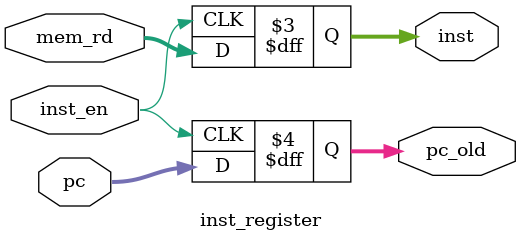
<source format=sv>
module inst_register (
    input logic [31:0] pc,
    input logic [31:0] mem_rd,
    input logic inst_en,
    output logic [31:0] inst,
    output logic [31:0] pc_old
);
  initial begin
    inst   = 0;
    pc_old = 0;
  end

  always_ff @(posedge inst_en) begin
    inst   <= mem_rd;
    pc_old <= pc;
  end
endmodule

</source>
